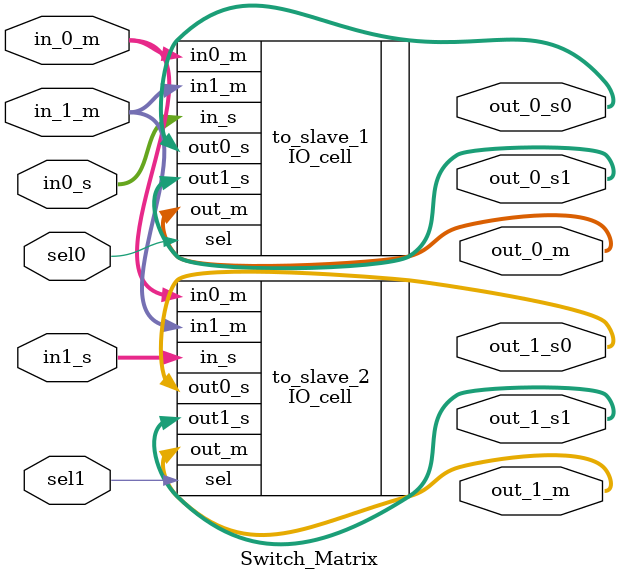
<source format=v>
module Switch_Matrix (in_0_m, in_1_m, in0_s, in1_s, sel0, sel1, out_0_m, out_1_m, out_0_s0, out_0_s1, out_1_s0, out_1_s1);

input [65:0] in_0_m, in_1_m;
input [32:0] in0_s, in1_s;

input  sel0, sel1;
output [65:0] out_0_m, out_1_m; 
output [32:0] out_0_s0, out_1_s0, out_0_s1, out_1_s1;


IO_cell to_slave_1 (.in0_m(in_0_m), .in1_m(in_1_m), .in_s(in0_s), .out0_s(out_0_s0), .out1_s(out_0_s1), .sel(sel0), .out_m(out_0_m));

IO_cell to_slave_2 (.in0_m(in_0_m), .in1_m(in_1_m), .in_s(in1_s), .out0_s(out_1_s0), .out1_s(out_1_s1), .sel(sel1), .out_m(out_1_m));


endmodule
</source>
